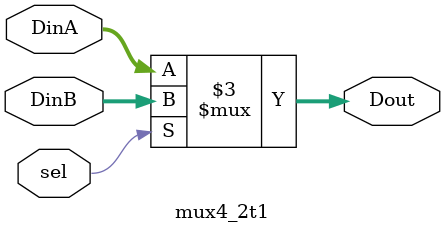
<source format=sv>
module mux4_2t1 (
	input		[3:0] 	DinA,
	input		[3:0] 	DinB,
	input				 	sel,
	output	[3:0]		Dout
);
	
	always @ (DinA or DinB or sel)
	begin
		case (sel)
			1'b0 : Dout = DinA;
			default : Dout = DinB;
		endcase
	end

endmodule
</source>
